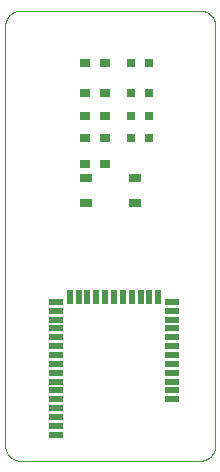
<source format=gtp>
G75*
%MOIN*%
%OFA0B0*%
%FSLAX25Y25*%
%IPPOS*%
%LPD*%
%AMOC8*
5,1,8,0,0,1.08239X$1,22.5*
%
%ADD10C,0.00000*%
%ADD11R,0.03150X0.03150*%
%ADD12R,0.03543X0.03150*%
%ADD13R,0.04134X0.02559*%
%ADD14R,0.04724X0.01969*%
%ADD15R,0.01969X0.04724*%
D10*
X0006400Y0008900D02*
X0006400Y0148900D01*
X0006402Y0149040D01*
X0006408Y0149180D01*
X0006418Y0149320D01*
X0006431Y0149460D01*
X0006449Y0149599D01*
X0006471Y0149738D01*
X0006496Y0149875D01*
X0006525Y0150013D01*
X0006558Y0150149D01*
X0006595Y0150284D01*
X0006636Y0150418D01*
X0006681Y0150551D01*
X0006729Y0150683D01*
X0006781Y0150813D01*
X0006836Y0150942D01*
X0006895Y0151069D01*
X0006958Y0151195D01*
X0007024Y0151319D01*
X0007093Y0151440D01*
X0007166Y0151560D01*
X0007243Y0151678D01*
X0007322Y0151793D01*
X0007405Y0151907D01*
X0007491Y0152017D01*
X0007580Y0152126D01*
X0007672Y0152232D01*
X0007767Y0152335D01*
X0007864Y0152436D01*
X0007965Y0152533D01*
X0008068Y0152628D01*
X0008174Y0152720D01*
X0008283Y0152809D01*
X0008393Y0152895D01*
X0008507Y0152978D01*
X0008622Y0153057D01*
X0008740Y0153134D01*
X0008860Y0153207D01*
X0008981Y0153276D01*
X0009105Y0153342D01*
X0009231Y0153405D01*
X0009358Y0153464D01*
X0009487Y0153519D01*
X0009617Y0153571D01*
X0009749Y0153619D01*
X0009882Y0153664D01*
X0010016Y0153705D01*
X0010151Y0153742D01*
X0010287Y0153775D01*
X0010425Y0153804D01*
X0010562Y0153829D01*
X0010701Y0153851D01*
X0010840Y0153869D01*
X0010980Y0153882D01*
X0011120Y0153892D01*
X0011260Y0153898D01*
X0011400Y0153900D01*
X0071400Y0153900D01*
X0071540Y0153898D01*
X0071680Y0153892D01*
X0071820Y0153882D01*
X0071960Y0153869D01*
X0072099Y0153851D01*
X0072238Y0153829D01*
X0072375Y0153804D01*
X0072513Y0153775D01*
X0072649Y0153742D01*
X0072784Y0153705D01*
X0072918Y0153664D01*
X0073051Y0153619D01*
X0073183Y0153571D01*
X0073313Y0153519D01*
X0073442Y0153464D01*
X0073569Y0153405D01*
X0073695Y0153342D01*
X0073819Y0153276D01*
X0073940Y0153207D01*
X0074060Y0153134D01*
X0074178Y0153057D01*
X0074293Y0152978D01*
X0074407Y0152895D01*
X0074517Y0152809D01*
X0074626Y0152720D01*
X0074732Y0152628D01*
X0074835Y0152533D01*
X0074936Y0152436D01*
X0075033Y0152335D01*
X0075128Y0152232D01*
X0075220Y0152126D01*
X0075309Y0152017D01*
X0075395Y0151907D01*
X0075478Y0151793D01*
X0075557Y0151678D01*
X0075634Y0151560D01*
X0075707Y0151440D01*
X0075776Y0151319D01*
X0075842Y0151195D01*
X0075905Y0151069D01*
X0075964Y0150942D01*
X0076019Y0150813D01*
X0076071Y0150683D01*
X0076119Y0150551D01*
X0076164Y0150418D01*
X0076205Y0150284D01*
X0076242Y0150149D01*
X0076275Y0150013D01*
X0076304Y0149875D01*
X0076329Y0149738D01*
X0076351Y0149599D01*
X0076369Y0149460D01*
X0076382Y0149320D01*
X0076392Y0149180D01*
X0076398Y0149040D01*
X0076400Y0148900D01*
X0076400Y0008900D01*
X0076398Y0008760D01*
X0076392Y0008620D01*
X0076382Y0008480D01*
X0076369Y0008340D01*
X0076351Y0008201D01*
X0076329Y0008062D01*
X0076304Y0007925D01*
X0076275Y0007787D01*
X0076242Y0007651D01*
X0076205Y0007516D01*
X0076164Y0007382D01*
X0076119Y0007249D01*
X0076071Y0007117D01*
X0076019Y0006987D01*
X0075964Y0006858D01*
X0075905Y0006731D01*
X0075842Y0006605D01*
X0075776Y0006481D01*
X0075707Y0006360D01*
X0075634Y0006240D01*
X0075557Y0006122D01*
X0075478Y0006007D01*
X0075395Y0005893D01*
X0075309Y0005783D01*
X0075220Y0005674D01*
X0075128Y0005568D01*
X0075033Y0005465D01*
X0074936Y0005364D01*
X0074835Y0005267D01*
X0074732Y0005172D01*
X0074626Y0005080D01*
X0074517Y0004991D01*
X0074407Y0004905D01*
X0074293Y0004822D01*
X0074178Y0004743D01*
X0074060Y0004666D01*
X0073940Y0004593D01*
X0073819Y0004524D01*
X0073695Y0004458D01*
X0073569Y0004395D01*
X0073442Y0004336D01*
X0073313Y0004281D01*
X0073183Y0004229D01*
X0073051Y0004181D01*
X0072918Y0004136D01*
X0072784Y0004095D01*
X0072649Y0004058D01*
X0072513Y0004025D01*
X0072375Y0003996D01*
X0072238Y0003971D01*
X0072099Y0003949D01*
X0071960Y0003931D01*
X0071820Y0003918D01*
X0071680Y0003908D01*
X0071540Y0003902D01*
X0071400Y0003900D01*
X0011400Y0003900D01*
X0011260Y0003902D01*
X0011120Y0003908D01*
X0010980Y0003918D01*
X0010840Y0003931D01*
X0010701Y0003949D01*
X0010562Y0003971D01*
X0010425Y0003996D01*
X0010287Y0004025D01*
X0010151Y0004058D01*
X0010016Y0004095D01*
X0009882Y0004136D01*
X0009749Y0004181D01*
X0009617Y0004229D01*
X0009487Y0004281D01*
X0009358Y0004336D01*
X0009231Y0004395D01*
X0009105Y0004458D01*
X0008981Y0004524D01*
X0008860Y0004593D01*
X0008740Y0004666D01*
X0008622Y0004743D01*
X0008507Y0004822D01*
X0008393Y0004905D01*
X0008283Y0004991D01*
X0008174Y0005080D01*
X0008068Y0005172D01*
X0007965Y0005267D01*
X0007864Y0005364D01*
X0007767Y0005465D01*
X0007672Y0005568D01*
X0007580Y0005674D01*
X0007491Y0005783D01*
X0007405Y0005893D01*
X0007322Y0006007D01*
X0007243Y0006122D01*
X0007166Y0006240D01*
X0007093Y0006360D01*
X0007024Y0006481D01*
X0006958Y0006605D01*
X0006895Y0006731D01*
X0006836Y0006858D01*
X0006781Y0006987D01*
X0006729Y0007117D01*
X0006681Y0007249D01*
X0006636Y0007382D01*
X0006595Y0007516D01*
X0006558Y0007651D01*
X0006525Y0007787D01*
X0006496Y0007925D01*
X0006471Y0008062D01*
X0006449Y0008201D01*
X0006431Y0008340D01*
X0006418Y0008480D01*
X0006408Y0008620D01*
X0006402Y0008760D01*
X0006400Y0008900D01*
D11*
X0048447Y0111400D03*
X0048447Y0118900D03*
X0048447Y0126400D03*
X0048447Y0136400D03*
X0054353Y0136400D03*
X0054353Y0126400D03*
X0054353Y0118900D03*
X0054353Y0111400D03*
D12*
X0039746Y0111400D03*
X0039746Y0118900D03*
X0039746Y0126400D03*
X0039746Y0136400D03*
X0033054Y0136400D03*
X0033054Y0126400D03*
X0033054Y0118900D03*
X0033054Y0111400D03*
X0033054Y0102650D03*
X0039746Y0102650D03*
D13*
X0033231Y0098132D03*
X0033231Y0089668D03*
X0049569Y0089668D03*
X0049569Y0098132D03*
D14*
X0061941Y0056853D03*
X0061941Y0053900D03*
X0061941Y0050947D03*
X0061941Y0047994D03*
X0061941Y0045042D03*
X0061941Y0042089D03*
X0061941Y0039136D03*
X0061941Y0036183D03*
X0061941Y0033231D03*
X0061941Y0030278D03*
X0061941Y0027325D03*
X0061941Y0024372D03*
X0023359Y0024372D03*
X0023359Y0021420D03*
X0023359Y0018467D03*
X0023359Y0015514D03*
X0023359Y0012561D03*
X0023359Y0027325D03*
X0023359Y0030278D03*
X0023359Y0033231D03*
X0023359Y0036183D03*
X0023359Y0039136D03*
X0023359Y0042089D03*
X0023359Y0045042D03*
X0023359Y0047994D03*
X0023359Y0050947D03*
X0023359Y0053900D03*
X0023359Y0056853D03*
D15*
X0027886Y0058624D03*
X0030839Y0058624D03*
X0033792Y0058624D03*
X0036744Y0058624D03*
X0039697Y0058624D03*
X0042650Y0058624D03*
X0045603Y0058624D03*
X0048556Y0058624D03*
X0051508Y0058624D03*
X0054461Y0058624D03*
X0057414Y0058624D03*
M02*

</source>
